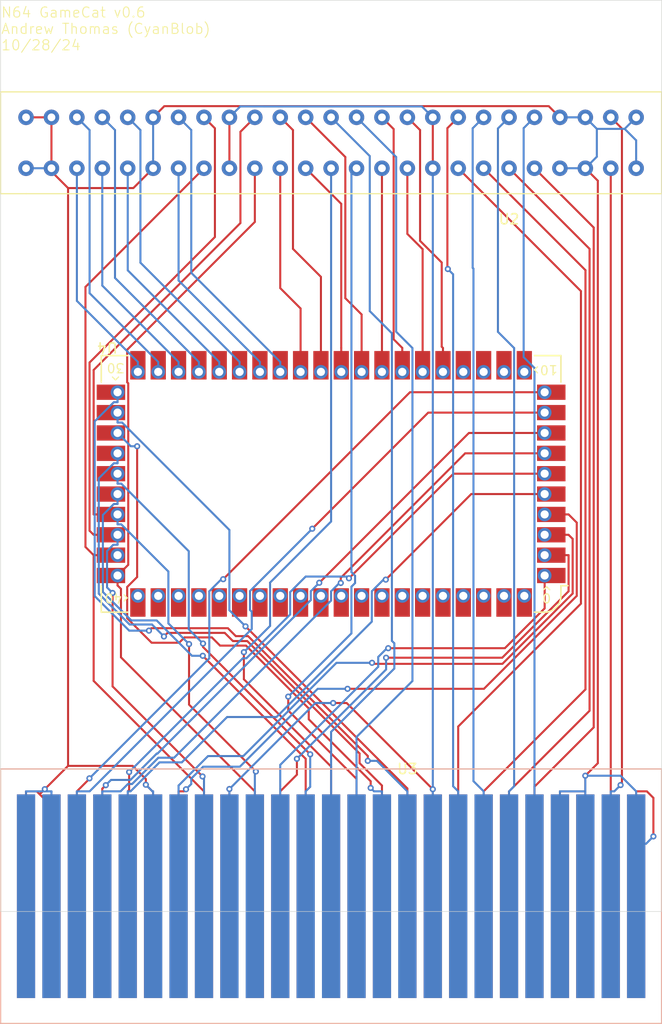
<source format=kicad_pcb>
(kicad_pcb (version 20240108) (generator "pcbnew") (generator_version "8.0")
  (layers (0 "F.Cu" signal) (31 "B.Cu" signal) (34 "B.Paste" user) (35 "F.Paste" user) (36 "B.SilkS" user "B.Silkscreen") (37 "F.SilkS" user "F.Silkscreen") (38 "B.Mask" user) (39 "F.Mask" user) (44 "Edge.Cuts" user))
  (net 0 "")
  (net 1 "Net-(U2-PIF_CIC)")
  (net 2 "Net-(U2-NC-Pad14)")
  (net 3 "CA_AD8")
  (net 4 "GND")
  (net 5 "Net-(U2-NC-Pad38)")
  (net 6 "Net-(U2-NC-Pad13)")
  (net 7 "+3V3")
  (net 8 "CA_AD0")
  (net 9 "READ")
  (net 10 "Net-(U2-LAUDIO)")
  (net 11 "Net-(U2-R_AUDIO)")
  (net 12 "Net-(U2-COLD_RST)")
  (net 13 "CA_AD7")
  (net 14 "ALE_H")
  (net 15 "CA_AD3")
  (net 16 "Net-(U2-CLK_PIF)")
  (net 17 "Net-(U2-JTAG_CLK)")
  (net 18 "ALE_L")
  (net 19 "CA_AD2")
  (net 20 "CA_AD5")
  (net 21 "CA_AD11")
  (net 22 "Net-(U2-NC-Pad39)")
  (net 23 "CA_AD1")
  (net 24 "CA_AD4")
  (net 25 "Net-(U2-CIC_PIF)")
  (net 26 "Net-(U2-NMI_R4300)")
  (net 27 "CA_AD9")
  (net 28 "Net-(U2-VIDEO_CLK)")
  (net 29 "CA_AD6")
  (net 30 "Net-(U2-S_DAT)")
  (net 31 "CA_AD10")
  (net 32 "CO_AD1")
  (net 33 "CO_AD7")
  (net 34 "CO_AD2")
  (net 35 "CO_AD9")
  (net 36 "CO_AD4")
  (net 37 "CO_AD10")
  (net 38 "CO_AD8")
  (net 39 "CO_AD11")
  (net 40 "CO_AD0")
  (net 41 "CO_AD5")
  (net 42 "CO_AD6")
  (net 43 "CO_AD3")
  (net 44 "CO_AD12")
  (net 45 "CA_AD14")
  (net 46 "CO_AD13")
  (net 47 "CA_AD15")
  (net 48 "CO_AD14")
  (net 49 "CO_AD15")
  (net 50 "CA_AD12")
  (net 51 "CA_AD13")
  (net 52 "WRITE")
  (net 53 "unconnected-(U4-GPIO59-Pad60)")
  (net 54 "unconnected-(U4-GPIO57-Pad58)")
  (net 55 "unconnected-(U4-GPIO56-Pad57)")
  (net 56 "unconnected-(U4-GPIO58-Pad59)")
  (net 57 "unconnected-(U4-GPIO10-Pad11)")
  (net 58 "unconnected-(U4-GPIO11-Pad12)")
  (net 59 "unconnected-(U4-GPIO12-Pad13)")
  (net 60 "unconnected-(U4-GPIO13-Pad14)")
  (net 61 "unconnected-(U4-GPIO45-Pad46)")
  (net 62 "unconnected-(U4-GPIO51-Pad52)")
  (net 63 "unconnected-(U4-GPIO52-Pad53)")
  (net 64 "unconnected-(U4-GPIO54-Pad55)")
  (net 65 "unconnected-(U4-GPIO48-Pad49)")
  (net 66 "unconnected-(U4-GPIO40-Pad41)")
  (net 67 "unconnected-(U4-GPIO49-Pad50)")
  (net 68 "unconnected-(U4-GPIO50-Pad51)")
  (net 69 "unconnected-(U4-GPIO55-Pad56)")
  (net 70 "unconnected-(U4-GPIO44-Pad45)")
  (net 71 "unconnected-(U4-GPIO41-Pad42)")
  (net 72 "unconnected-(U4-GPIO47-Pad48)")
  (net 73 "unconnected-(U4-GPIO42-Pad43)")
  (net 74 "unconnected-(U4-GPIO46-Pad47)")
  (net 75 "unconnected-(U4-GPIO43-Pad44)")
  (net 76 "unconnected-(U4-GPIO53-Pad54)")
  (footprint "n64_library:N64_cartridge_pins_2.5mm" (layer "F.Cu") (at 129 125.5)
    (property "Reference" "U3")
    (property "Value" "~")
  )
  (footprint "RP2xxx_Stamp:RP2xxx_Stamp_XL_THT" (layer "F.Cu") (at 134 102.5 180)
    (property "Reference" "U4")
    (property "Value" "RP235x-B")
  )
  (footprint "n64_library:N64_cartridge_connecter_2.5mm" (layer "F.Cu") (at 136.5 69)
    (property "Reference" "U2")
    (property "Value" "~")
  )
  (gr_rect (start 101.5 55) (end 166.5 144.5) (stroke (width 0.05)) (fill none) (layer "Edge.Cuts"))
  (gr_text "N64 GameCat v0.6\nAndrew Thomas (CyanBlob)\n10/28/24" (at 101.5 60 0) (layer "F.SilkS") (effects (font (size 1 1) (thickness 0.1)) (justify left bottom)))
  (segment (start 145.4363 81.3546) (end 145.4778 81.3961) (width 0.2) (layer "F.Cu") (net 1))
  (segment (start 145.4363 67.5637) (end 145.4363 81.3546) (width 0.2) (layer "F.Cu") (net 1))
  (segment (start 146.5 66.5) (end 145.4363 67.5637) (width 0.2) (layer "F.Cu") (net 1))
  (via (at 145.4778 81.3961) (size 0.6) (drill 0.3) (layers "F.Cu" "B.Cu") (net 1))
  (segment (start 145.9999 81.9182) (end 145.9999 132.1982) (width 0.2) (layer "B.Cu") (net 1))
  (segment (start 145.4778 81.3961) (end 145.9999 81.9182) (width 0.2) (layer "B.Cu") (net 1))
  (segment (start 145.9999 132.1982) (end 146.5 132.6983) (width 0.2) (layer "B.Cu") (net 1))
  (segment (start 146.5 143) (end 146.5 132.6983) (width 0.2) (layer "B.Cu") (net 1))
  (segment (start 136.5 143) (end 136.5 132.6983) (width 0.2) (layer "F.Cu") (net 2))
  (segment (start 129.787 124.7615) (end 136.5 131.4745) (width 0.2) (layer "F.Cu") (net 2))
  (segment (start 129.787 123.3941) (end 129.787 124.7615) (width 0.2) (layer "F.Cu") (net 2))
  (segment (start 136.5 131.4745) (end 136.5 132.6983) (width 0.2) (layer "F.Cu") (net 2))
  (via (at 129.787 123.3941) (size 0.6) (drill 0.3) (layers "F.Cu" "B.Cu") (net 2))
  (segment (start 136.0001 71.9999) (end 136.0001 111.1689) (width 0.2) (layer "B.Cu") (net 2))
  (segment (start 136 117.1811) (end 129.787 123.3941) (width 0.2) (layer "B.Cu") (net 2))
  (segment (start 136.5 71.5) (end 136.0001 71.9999) (width 0.2) (layer "B.Cu") (net 2))
  (segment (start 136.3577 111.5265) (end 136.3577 112.2398) (width 0.2) (layer "B.Cu") (net 2))
  (segment (start 136.3577 112.2398) (end 136 112.5975) (width 0.2) (layer "B.Cu") (net 2))
  (segment (start 136.0001 111.1689) (end 136.3577 111.5265) (width 0.2) (layer "B.Cu") (net 2))
  (segment (start 136 112.5975) (end 136 117.1811) (width 0.2) (layer "B.Cu") (net 2))
  (segment (start 141.5 77.9502) (end 143 79.4502) (width 0.2) (layer "F.Cu") (net 3))
  (segment (start 143 79.4502) (end 143 90.85) (width 0.2) (layer "F.Cu") (net 3))
  (segment (start 141.5 71.5) (end 141.5 77.9502) (width 0.2) (layer "F.Cu") (net 3))
  (segment (start 143 90.85) (end 143 91.5) (width 0.2) (layer "F.Cu") (net 3))
  (segment (start 159 143) (end 159 132.6983) (width 0.2) (layer "F.Cu") (net 4))
  (segment (start 160.2287 72.7287) (end 159 71.5) (width 0.2) (layer "F.Cu") (net 4))
  (segment (start 156.5 143) (end 156.5 132.6983) (width 0.2) (layer "F.Cu") (net 4))
  (segment (start 159 132.6983) (end 159 131.1624) (width 0.2) (layer "F.Cu") (net 4))
  (segment (start 116.4303 132.6983) (end 115.7806 132.0486) (width 0.2) (layer "F.Cu") (net 4))
  (segment (start 105.3424 132.9891) (end 105.8456 132.4859) (width 0.2) (layer "F.Cu") (net 4))
  (segment (start 114.5532 73.4468) (end 108.1332 73.4468) (width 0.2) (layer "F.Cu") (net 4))
  (segment (start 105.0515 132.6983) (end 104 132.6983) (width 0.2) (layer "F.Cu") (net 4))
  (segment (start 165.695 133.3418) (end 165.0515 132.6983) (width 0.2) (layer "F.Cu") (net 4))
  (segment (start 105.8456 132.4859) (end 108.1332 130.1983) (width 0.2) (layer "F.Cu") (net 4))
  (segment (start 108.1332 73.4468) (end 106.5 71.8136) (width 0.2) (layer "F.Cu") (net 4))
  (segment (start 108.1332 73.4468) (end 108.1332 130.1983) (width 0.2) (layer "F.Cu") (net 4))
  (segment (start 155.4012 65.4012) (end 117.5988 65.4012) (width 0.2) (layer "F.Cu") (net 4))
  (segment (start 105.3424 132.9891) (end 105.0515 132.6983) (width 0.2) (layer "F.Cu") (net 4))
  (segment (start 117.5988 65.4012) (end 116.5 66.5) (width 0.2) (layer "F.Cu") (net 4))
  (segment (start 104 143) (end 104 132.6983) (width 0.2) (layer "F.Cu") (net 4))
  (segment (start 106.5 66.5) (end 106.5 71.5) (width 0.2) (layer "F.Cu") (net 4))
  (segment (start 159 131.1624) (end 160.2287 129.9337) (width 0.2) (layer "F.Cu") (net 4))
  (segment (start 116.5 71.5) (end 114.5532 73.4468) (width 0.2) (layer "F.Cu") (net 4))
  (segment (start 106.5 66.5) (end 104 66.5) (width 0.2) (layer "F.Cu") (net 4))
  (segment (start 160.2287 129.9337) (end 160.2287 72.7287) (width 0.2) (layer "F.Cu") (net 4))
  (segment (start 116.5 132.6983) (end 116.4303 132.6983) (width 0.2) (layer "F.Cu") (net 4))
  (segment (start 116.5 143) (end 116.5 132.6983) (width 0.2) (layer "F.Cu") (net 4))
  (segment (start 106.5 137.8491) (end 106.5 134.1468) (width 0.2) (layer "F.Cu") (net 4))
  (segment (start 165.695 137.125) (end 165.695 133.3418) (width 0.2) (layer "F.Cu") (net 4))
  (segment (start 165.0515 132.6983) (end 164 132.6983) (width 0.2) (layer "F.Cu") (net 4))
  (segment (start 164 143) (end 164 132.6983) (width 0.2) (layer "F.Cu") (net 4))
  (segment (start 108.1332 130.1983) (end 114.4858 130.1983) (width 0.2) (layer "F.Cu") (net 4))
  (segment (start 115.7806 131.4931) (end 115.7806 132.0486) (width 0.2) (layer "F.Cu") (net 4))
  (segment (start 106.5 143) (end 106.5 137.8491) (width 0.2) (layer "F.Cu") (net 4))
  (segment (start 159 132.6983) (end 156.5 132.6983) (width 0.2) (layer "F.Cu") (net 4))
  (segment (start 106.5 71.8136) (end 106.5 71.5) (width 0.2) (layer "F.Cu") (net 4))
  (segment (start 156.5 66.5) (end 155.4012 65.4012) (width 0.2) (layer "F.Cu") (net 4))
  (segment (start 106.5 134.1468) (end 105.3424 132.9891) (width 0.2) (layer "F.Cu") (net 4))
  (segment (start 114.4858 130.1983) (end 115.7806 131.4931) (width 0.2) (layer "F.Cu") (net 4))
  (via (at 115.7806 132.0486) (size 0.6) (drill 0.3) (layers "F.Cu" "B.Cu") (net 4))
  (via (at 165.695 137.125) (size 0.6) (drill 0.3) (layers "F.Cu" "B.Cu") (net 4))
  (via (at 105.8456 132.4859) (size 0.6) (drill 0.3) (layers "F.Cu" "B.Cu") (net 4))
  (via (at 159 131.1624) (size 0.6) (drill 0.3) (layers "F.Cu" "B.Cu") (net 4))
  (segment (start 159 143) (end 159 132.7991) (width 0.2) (layer "B.Cu") (net 4))
  (segment (start 164 132.6983) (end 162.4641 131.1624) (width 0.2) (layer "B.Cu") (net 4))
  (segment (start 164 68.7612) (end 164 71.5) (width 0.2) (layer "B.Cu") (net 4))
  (segment (start 105.8456 132.6983) (end 104 132.6983) (width 0.2) (layer "B.Cu") (net 4))
  (segment (start 162.8694 67.6306) (end 164 68.7612) (width 0.2) (layer "B.Cu") (net 4))
  (segment (start 106.5 132.7991) (end 106.5 132.6998) (width 0.2) (layer "B.Cu") (net 4))
  (segment (start 159 132.6983) (end 156.5 132.6983) (width 0.2) (layer "B.Cu") (net 4))
  (segment (start 116.5 66.5) (end 116.5 71.5) (width 0.2) (layer "B.Cu") (net 4))
  (segment (start 106.5 132.6983) (end 105.8456 132.6983) (width 0.2) (layer "B.Cu") (net 4))
  (segment (start 106.5 132.6998) (end 106.5 132.6983) (width 0.2) (layer "B.Cu") (net 4))
  (segment (start 159 71.5) (end 160.1306 70.3694) (width 0.2) (layer "B.Cu") (net 4))
  (segment (start 164 137.8491) (end 164 132.6983) (width 0.2) (layer "B.Cu") (net 4))
  (segment (start 162.8694 67.6306) (end 160.1306 67.6306) (width 0.2) (layer "B.Cu") (net 4))
  (segment (start 116.5 143) (end 116.5 132.6983) (width 0.2) (layer "B.Cu") (net 4))
  (segment (start 106.5 71.5) (end 104 71.5) (width 0.2) (layer "B.Cu") (net 4))
  (segment (start 156.5 143) (end 156.5 132.6983) (width 0.2) (layer "B.Cu") (net 4))
  (segment (start 116.4303 132.6983) (end 115.7806 132.0486) (width 0.2) (layer "B.Cu") (net 4))
  (segment (start 105.8456 132.4859) (end 105.8456 132.6983) (width 0.2) (layer "B.Cu") (net 4))
  (segment (start 164 137.8491) (end 164.9709 137.8491) (width 0.2) (layer "B.Cu") (net 4))
  (segment (start 159 131.1624) (end 159 132.6983) (width 0.2) (layer "B.Cu") (net 4))
  (segment (start 104 143) (end 104 132.6983) (width 0.2) (layer "B.Cu") (net 4))
  (segment (start 159 66.5) (end 156.5 66.5) (width 0.2) (layer "B.Cu") (net 4))
  (segment (start 159 132.7991) (end 159 132.6983) (width 0.2) (layer "B.Cu") (net 4))
  (segment (start 160.1306 67.6306) (end 159 66.5) (width 0.2) (layer "B.Cu") (net 4))
  (segment (start 164 66.5) (end 162.8694 67.6306) (width 0.2) (layer "B.Cu") (net 4))
  (segment (start 160.1306 70.3694) (end 160.1306 67.6306) (width 0.2) (layer "B.Cu") (net 4))
  (segment (start 159 71.5) (end 156.5 71.5) (width 0.2) (layer "B.Cu") (net 4))
  (segment (start 106.5 143) (end 106.5 132.7991) (width 0.2) (layer "B.Cu") (net 4))
  (segment (start 164.9709 137.8491) (end 165.695 137.125) (width 0.2) (layer "B.Cu") (net 4))
  (segment (start 164 143) (end 164 137.8491) (width 0.2) (layer "B.Cu") (net 4))
  (segment (start 162.4641 131.1624) (end 159 131.1624) (width 0.2) (layer "B.Cu") (net 4))
  (segment (start 116.5 132.6983) (end 116.4303 132.6983) (width 0.2) (layer "B.Cu") (net 4))
  (segment (start 139.9778 87.7056) (end 137.8 85.5278) (width 0.2) (layer "B.Cu") (net 5))
  (segment (start 134 132.6983) (end 134 126.8547) (width 0.2) (layer "B.Cu") (net 5))
  (segment (start 134 143) (end 134 132.6983) (width 0.2) (layer "B.Cu") (net 5))
  (segment (start 134 126.8547) (end 140.2202 120.6345) (width 0.2) (layer "B.Cu") (net 5))
  (segment (start 137.8 85.5278) (end 137.8 70.3) (width 0.2) (layer "B.Cu") (net 5))
  (segment (start 140.2202 118.1594) (end 139.9778 117.917) (width 0.2) (layer "B.Cu") (net 5))
  (segment (start 140.2202 120.6345) (end 140.2202 118.1594) (width 0.2) (layer "B.Cu") (net 5))
  (segment (start 137.8 70.3) (end 134 66.5) (width 0.2) (layer "B.Cu") (net 5))
  (segment (start 139.9778 117.917) (end 139.9778 87.7056) (width 0.2) (layer "B.Cu") (net 5))
  (segment (start 134 130.2654) (end 125.4219 121.6873) (width 0.2) (layer "F.Cu") (net 6))
  (segment (start 134 132.6983) (end 134 130.2654) (width 0.2) (layer "F.Cu") (net 6))
  (segment (start 134 143) (end 134 132.6983) (width 0.2) (layer "F.Cu") (net 6))
  (segment (start 125.4219 121.6873) (end 125.4219 119.0288) (width 0.2) (layer "F.Cu") (net 6))
  (via (at 125.4219 119.0288) (size 0.6) (drill 0.3) (layers "F.Cu" "B.Cu") (net 6))
  (segment (start 134 71.5) (end 134 106.1962) (width 0.2) (layer "B.Cu") (net 6))
  (segment (start 128.0001 116.4506) (end 125.4219 119.0288) (width 0.2) (layer "B.Cu") (net 6))
  (segment (start 128.0001 112.1961) (end 128.0001 116.4506) (width 0.2) (layer "B.Cu") (net 6))
  (segment (start 134 106.1962) (end 128.0001 112.1961) (width 0.2) (layer "B.Cu") (net 6))
  (segment (start 135.5329 124.0225) (end 134.2018 124.0225) (width 0.2) (layer "F.Cu") (net 7))
  (segment (start 144 132.6983) (end 144 132.4896) (width 0.2) (layer "F.Cu") (net 7))
  (segment (start 124 132.6983) (end 124 132.4711) (width 0.2) (layer "F.Cu") (net 7))
  (segment (start 124 66.5) (end 124 71.5) (width 0.2) (layer "F.Cu") (net 7))
  (segment (start 144 66.5) (end 144 71.5) (width 0.2) (layer "F.Cu") (net 7))
  (segment (start 144 143) (end 144 132.6983) (width 0.2) (layer "F.Cu") (net 7))
  (segment (start 124 143) (end 124 132.6983) (width 0.2) (layer "F.Cu") (net 7))
  (segment (start 144 132.4896) (end 135.5329 124.0225) (width 0.2) (layer "F.Cu") (net 7))
  (via (at 124 132.4711) (size 0.6) (drill 0.3) (layers "F.Cu" "B.Cu") (net 7))
  (via (at 134.2018 124.0225) (size 0.6) (drill 0.3) (layers "F.Cu" "B.Cu") (net 7))
  (via (at 144 132.4896) (size 0.6) (drill 0.3) (layers "F.Cu" "B.Cu") (net 7))
  (segment (start 124 132.4711) (end 132.4486 124.0225) (width 0.2) (layer "B.Cu") (net 7))
  (segment (start 124 143) (end 124 132.4711) (width 0.2) (layer "B.Cu") (net 7))
  (segment (start 125.0712 65.4288) (end 127.3624 65.4288) (width 0.2) (layer "B.Cu") (net 7))
  (segment (start 144 132.4896) (end 144 143) (width 0.2) (layer "B.Cu") (net 7))
  (segment (start 132.4486 124.0225) (end 134.2018 124.0225) (width 0.2) (layer "B.Cu") (net 7))
  (segment (start 142.9303 65.4303) (end 144 66.5) (width 0.2) (layer "B.Cu") (net 7))
  (segment (start 127.3624 65.4288) (end 127.3639 65.4303) (width 0.2) (layer "B.Cu") (net 7))
  (segment (start 144 71.5) (end 144 132.4896) (width 0.2) (layer "B.Cu") (net 7))
  (segment (start 124 66.5) (end 125.0712 65.4288) (width 0.2) (layer "B.Cu") (net 7))
  (segment (start 127.3639 65.4303) (end 142.9303 65.4303) (width 0.2) (layer "B.Cu") (net 7))
  (segment (start 117 90.85) (end 117 91.5) (width 0.2) (layer "F.Cu") (net 8))
  (segment (start 109 66.5) (end 110.25 67.75) (width 0.2) (layer "B.Cu") (net 8))
  (segment (start 110.25 67.75) (end 110.25 83.7733) (width 0.2) (layer "B.Cu") (net 8))
  (segment (start 110.25 83.7733) (end 117 90.5233) (width 0.2) (layer "B.Cu") (net 8))
  (segment (start 117 91.5) (end 117 90.5233) (width 0.2) (layer "B.Cu") (net 8))
  (segment (start 126.5 76.7733) (end 113.9483 89.325) (width 0.2) (layer "F.Cu") (net 9))
  (segment (start 113 112.4767) (end 113.3348 112.8115) (width 0.2) (layer "F.Cu") (net 9))
  (segment (start 126.5 143) (end 126.5 132.6983) (width 0.2) (layer "F.Cu") (net 9))
  (segment (start 114.0524 92.6257) (end 114.0524 110.4476) (width 0.2) (layer "F.Cu") (net 9))
  (segment (start 126.5 71.5) (end 126.5 76.7733) (width 0.2) (layer "F.Cu") (net 9))
  (segment (start 112.35 111.5) (end 113 111.5) (width 0.2) (layer "F.Cu") (net 9))
  (segment (start 113.9483 92.5216) (end 114.0524 92.6257) (width 0.2) (layer "F.Cu") (net 9))
  (segment (start 113.9483 89.325) (end 113.9483 92.5216) (width 0.2) (layer "F.Cu") (net 9))
  (segment (start 113 111.5) (end 113 112.4767) (width 0.2) (layer "F.Cu") (net 9))
  (segment (start 113.3348 112.8115) (end 113.3348 119.5331) (width 0.2) (layer "F.Cu") (net 9))
  (segment (start 113.3348 119.5331) (end 126.5 132.6983) (width 0.2) (layer "F.Cu") (net 9))
  (segment (start 114.0524 110.4476) (end 113 111.5) (width 0.2) (layer "F.Cu") (net 9))
  (segment (start 161.5 132.6983) (end 161.5 71.5) (width 0.2) (layer "F.Cu") (net 10))
  (segment (start 161.5 143) (end 161.5 132.6983) (width 0.2) (layer "F.Cu") (net 10))
  (segment (start 161.5 66.5) (end 162.6001 67.6001) (width 0.2) (layer "F.Cu") (net 11))
  (segment (start 162.6001 131.9491) (end 162.467 132.0822) (width 0.2) (layer "F.Cu") (net 11))
  (segment (start 162.6001 67.6001) (end 162.6001 131.9491) (width 0.2) (layer "F.Cu") (net 11))
  (via (at 162.467 132.0822) (size 0.6) (drill 0.3) (layers "F.Cu" "B.Cu") (net 11))
  (segment (start 161.5 143) (end 161.5 132.6983) (width 0.2) (layer "B.Cu") (net 11))
  (segment (start 161.8509 132.6983) (end 161.5 132.6983) (width 0.2) (layer "B.Cu") (net 11))
  (segment (start 162.467 132.0822) (end 161.8509 132.6983) (width 0.2) (layer "B.Cu") (net 11))
  (segment (start 159.4163 124.782) (end 151.5 132.6983) (width 0.2) (layer "F.Cu") (net 12))
  (segment (start 151.5 143) (end 151.5 132.6983) (width 0.2) (layer "F.Cu") (net 12))
  (segment (start 151.5 71.5) (end 159.4163 79.4163) (width 0.2) (layer "F.Cu") (net 12))
  (segment (start 159.4163 79.4163) (end 159.4163 124.782) (width 0.2) (layer "F.Cu") (net 12))
  (segment (start 145 90.85) (end 145 91.5) (width 0.2) (layer "F.Cu") (net 13))
  (segment (start 144.8761 89.0244) (end 145 89.1483) (width 0.2) (layer "F.Cu") (net 13))
  (segment (start 141.5 66.5) (end 142.75 67.75) (width 0.2) (layer "F.Cu") (net 13))
  (segment (start 142.75 78.6322) (end 144.8761 80.7583) (width 0.2) (layer "F.Cu") (net 13))
  (segment (start 145 90.85) (end 145 89.1483) (width 0.2) (layer "F.Cu") (net 13))
  (segment (start 144.8761 80.7583) (end 144.8761 89.0244) (width 0.2) (layer "F.Cu") (net 13))
  (segment (start 142.75 67.75) (end 142.75 78.6322) (width 0.2) (layer "F.Cu") (net 13))
  (segment (start 112.35 105.5) (end 110.6483 105.5) (width 0.2) (layer "F.Cu") (net 14))
  (segment (start 112.35 105.5) (end 113 105.5) (width 0.2) (layer "F.Cu") (net 14))
  (segment (start 120.0309 118.2344) (end 120.0309 124.182) (width 0.2) (layer "F.Cu") (net 14))
  (segment (start 125.0837 67.9163) (end 125.0837 76.8809) (width 0.2) (layer "F.Cu") (net 14))
  (segment (start 126.5 66.5) (end 125.0837 67.9163) (width 0.2) (layer "F.Cu") (net 14))
  (segment (start 110.6483 91.3163) (end 110.6483 105.5) (width 0.2) (layer "F.Cu") (net 14))
  (segment (start 120.0309 124.182) (end 126.5984 130.7495) (width 0.2) (layer "F.Cu") (net 14))
  (segment (start 125.0837 76.8809) (end 110.6483 91.3163) (width 0.2) (layer "F.Cu") (net 14))
  (via (at 126.5984 130.7495) (size 0.6) (drill 0.3) (layers "F.Cu" "B.Cu") (net 14))
  (via (at 120.0309 118.2344) (size 0.6) (drill 0.3) (layers "F.Cu" "B.Cu") (net 14))
  (segment (start 118 116.2035) (end 120.0309 118.2344) (width 0.2) (layer "B.Cu") (net 14))
  (segment (start 113 105.5) (end 113 106.4767) (width 0.2) (layer "B.Cu") (net 14))
  (segment (start 126.5 143) (end 126.5 130.8479) (width 0.2) (layer "B.Cu") (net 14))
  (segment (start 126.5 130.8479) (end 126.5984 130.7495) (width 0.2) (layer "B.Cu") (net 14))
  (segment (start 113 106.4767) (end 113.3663 106.4767) (width 0.2) (layer "B.Cu") (net 14))
  (segment (start 118 111.1104) (end 118 116.2035) (width 0.2) (layer "B.Cu") (net 14))
  (segment (start 113.3663 106.4767) (end 118 111.1104) (width 0.2) (layer "B.Cu") (net 14))
  (segment (start 129 90.85) (end 129 91.5) (width 0.2) (layer "F.Cu") (net 15))
  (segment (start 120.25 81.7733) (end 129 90.5233) (width 0.2) (layer "B.Cu") (net 15))
  (segment (start 129 91.5) (end 129 90.5233) (width 0.2) (layer "B.Cu") (net 15))
  (segment (start 119 66.5) (end 120.25 67.75) (width 0.2) (layer "B.Cu") (net 15))
  (segment (start 120.25 67.75) (end 120.25 81.7733) (width 0.2) (layer "B.Cu") (net 15))
  (segment (start 149 143) (end 149 132.6983) (width 0.2) (layer "F.Cu") (net 16))
  (segment (start 159.0146 122.6837) (end 149 132.6983) (width 0.2) (layer "F.Cu") (net 16))
  (segment (start 159.0146 81.5146) (end 159.0146 122.6837) (width 0.2) (layer "F.Cu") (net 16))
  (segment (start 149 71.5) (end 159.0146 81.5146) (width 0.2) (layer "F.Cu") (net 16))
  (segment (start 147.9204 81.2817) (end 148 81.3613) (width 0.2) (layer "B.Cu") (net 17))
  (segment (start 148 131.6983) (end 149 132.6983) (width 0.2) (layer "B.Cu") (net 17))
  (segment (start 149 143) (end 149 132.6983) (width 0.2) (layer "B.Cu") (net 17))
  (segment (start 149 66.5) (end 147.9204 67.5796) (width 0.2) (layer "B.Cu") (net 17))
  (segment (start 148 81.3613) (end 148 131.6983) (width 0.2) (layer "B.Cu") (net 17))
  (segment (start 147.9204 67.5796) (end 147.9204 81.2817) (width 0.2) (layer "B.Cu") (net 17))
  (segment (start 110.2466 90.582) (end 110.2466 107.0983) (width 0.2) (layer "F.Cu") (net 18))
  (segment (start 122.5741 78.2545) (end 110.2466 90.582) (width 0.2) (layer "F.Cu") (net 18))
  (segment (start 113 107.5) (end 112.35 107.5) (width 0.2) (layer "F.Cu") (net 18))
  (segment (start 112.5098 122.3905) (end 112.5098 113.2146) (width 0.2) (layer "F.Cu") (net 18))
  (segment (start 121.3553 131.236) (end 112.5098 122.3905) (width 0.2) (layer "F.Cu") (net 18))
  (segment (start 112.35 107.5) (end 110.6483 107.5) (width 0.2) (layer "F.Cu") (net 18))
  (segment (start 121.5 66.5) (end 122.5741 67.5741) (width 0.2) (layer "F.Cu") (net 18))
  (segment (start 110.2466 107.0983) (end 110.6483 107.5) (width 0.2) (layer "F.Cu") (net 18))
  (segment (start 122.5741 67.5741) (end 122.5741 78.2545) (width 0.2) (layer "F.Cu") (net 18))
  (via (at 121.3553 131.236) (size 0.6) (drill 0.3) (layers "F.Cu" "B.Cu") (net 18))
  (via (at 112.5098 113.2146) (size 0.6) (drill 0.3) (layers "F.Cu" "B.Cu") (net 18))
  (segment (start 112.5098 113.2146) (end 111.9671 112.6719) (width 0.2) (layer "B.Cu") (net 18))
  (segment (start 111.9671 112.6719) (end 111.9671 109.0951) (width 0.2) (layer "B.Cu") (net 18))
  (segment (start 112.5855 108.4767) (end 113 108.4767) (width 0.2) (layer "B.Cu") (net 18))
  (segment (start 113 107.5) (end 113 108.4767) (width 0.2) (layer "B.Cu") (net 18))
  (segment (start 121.5 131.3807) (end 121.3553 131.236) (width 0.2) (layer "B.Cu") (net 18))
  (segment (start 111.9671 109.0951) (end 112.5855 108.4767) (width 0.2) (layer "B.Cu") (net 18))
  (segment (start 121.5 143) (end 121.5 131.3807) (width 0.2) (layer "B.Cu") (net 18))
  (segment (start 125 90.85) (end 125 91.5) (width 0.2) (layer "F.Cu") (net 19))
  (segment (start 125 91.5) (end 125 90.5233) (width 0.2) (layer "B.Cu") (net 19))
  (segment (start 114 66.5) (end 115.25 67.75) (width 0.2) (layer "B.Cu") (net 19))
  (segment (start 115.25 67.75) (end 115.25 80.7733) (width 0.2) (layer "B.Cu") (net 19))
  (segment (start 115.25 80.7733) (end 125 90.5233) (width 0.2) (layer "B.Cu") (net 19))
  (segment (start 137 90.85) (end 137 91.5) (width 0.2) (layer "F.Cu") (net 20))
  (segment (start 137 85.863) (end 137 90.85) (width 0.2) (layer "F.Cu") (net 20))
  (segment (start 135.4002 84.2632) (end 137 85.863) (width 0.2) (layer "F.Cu") (net 20))
  (segment (start 131.5 66.5) (end 135.4002 70.4002) (width 0.2) (layer "F.Cu") (net 20))
  (segment (start 135.4002 70.4002) (end 135.4002 84.2632) (width 0.2) (layer "F.Cu") (net 20))
  (segment (start 129 71.5) (end 129 83.2751) (width 0.2) (layer "F.Cu") (net 21))
  (segment (start 131 90.85) (end 131 91.5) (width 0.2) (layer "F.Cu") (net 21))
  (segment (start 129 83.2751) (end 131 85.2751) (width 0.2) (layer "F.Cu") (net 21))
  (segment (start 131 85.2751) (end 131 90.85) (width 0.2) (layer "F.Cu") (net 21))
  (segment (start 142 121.8593) (end 142 89.1598) (width 0.2) (layer "B.Cu") (net 22))
  (segment (start 142 89.1598) (end 140.4001 87.5599) (width 0.2) (layer "B.Cu") (net 22))
  (segment (start 136.5 143) (end 136.5 132.6983) (width 0.2) (layer "B.Cu") (net 22))
  (segment (start 136.5 127.3593) (end 142 121.8593) (width 0.2) (layer "B.Cu") (net 22))
  (segment (start 136.5 132.6983) (end 136.5 127.3593) (width 0.2) (layer "B.Cu") (net 22))
  (segment (start 140.4001 70.4001) (end 136.5 66.5) (width 0.2) (layer "B.Cu") (net 22))
  (segment (start 140.4001 87.5599) (end 140.4001 70.4001) (width 0.2) (layer "B.Cu") (net 22))
  (segment (start 121 90.85) (end 121 91.5) (width 0.2) (layer "F.Cu") (net 23))
  (segment (start 112.75 67.75) (end 112.75 82.2733) (width 0.2) (layer "B.Cu") (net 23))
  (segment (start 112.75 82.2733) (end 121 90.5233) (width 0.2) (layer "B.Cu") (net 23))
  (segment (start 121 91.5) (end 121 90.5233) (width 0.2) (layer "B.Cu") (net 23))
  (segment (start 111.5 66.5) (end 112.75 67.75) (width 0.2) (layer "B.Cu") (net 23))
  (segment (start 133 90.85) (end 133 91.5) (width 0.2) (layer "F.Cu") (net 24))
  (segment (start 130.25 67.75) (end 130.25 79.4179) (width 0.2) (layer "F.Cu") (net 24))
  (segment (start 130.25 79.4179) (end 133 82.1679) (width 0.2) (layer "F.Cu") (net 24))
  (segment (start 133 82.1679) (end 133 90.85) (width 0.2) (layer "F.Cu") (net 24))
  (segment (start 129 66.5) (end 130.25 67.75) (width 0.2) (layer "F.Cu") (net 24))
  (segment (start 146.5 126.3332) (end 146.5 143) (width 0.2) (layer "F.Cu") (net 25))
  (segment (start 158.5674 114.2658) (end 146.5 126.3332) (width 0.2) (layer "F.Cu") (net 25))
  (segment (start 146.5 71.5) (end 158.5674 83.5674) (width 0.2) (layer "F.Cu") (net 25))
  (segment (start 158.5674 83.5674) (end 158.5674 114.2658) (width 0.2) (layer "F.Cu") (net 25))
  (segment (start 151.5 66.5) (end 150.4062 67.5938) (width 0.2) (layer "B.Cu") (net 26))
  (segment (start 150.4062 87.5681) (end 152 89.1619) (width 0.2) (layer "B.Cu") (net 26))
  (segment (start 150.4062 67.5938) (end 150.4062 87.5681) (width 0.2) (layer "B.Cu") (net 26))
  (segment (start 152 89.1619) (end 152 132.1983) (width 0.2) (layer "B.Cu") (net 26))
  (segment (start 151.5 143) (end 151.5 132.6983) (width 0.2) (layer "B.Cu") (net 26))
  (segment (start 152 132.1983) (end 151.5 132.6983) (width 0.2) (layer "B.Cu") (net 26))
  (segment (start 139 71.5) (end 139 90.85) (width 0.2) (layer "F.Cu") (net 27))
  (segment (start 139 90.85) (end 139 91.5) (width 0.2) (layer "F.Cu") (net 27))
  (segment (start 152.9342 90.0529) (end 154 91.1187) (width 0.2) (layer "B.Cu") (net 28))
  (segment (start 154 91.1187) (end 154 143) (width 0.2) (layer "B.Cu") (net 28))
  (segment (start 152.9342 67.5658) (end 152.9342 90.0529) (width 0.2) (layer "B.Cu") (net 28))
  (segment (start 154 66.5) (end 152.9342 67.5658) (width 0.2) (layer "B.Cu") (net 28))
  (segment (start 140.15 67.65) (end 140.15 88.2983) (width 0.2) (layer "F.Cu") (net 29))
  (segment (start 139 66.5) (end 140.15 67.65) (width 0.2) (layer "F.Cu") (net 29))
  (segment (start 141 90.85) (end 141 89.1483) (width 0.2) (layer "F.Cu") (net 29))
  (segment (start 141 90.85) (end 141 91.5) (width 0.2) (layer "F.Cu") (net 29))
  (segment (start 140.15 88.2983) (end 141 89.1483) (width 0.2) (layer "F.Cu") (net 29))
  (segment (start 154 71.5) (end 159.8225 77.3225) (width 0.2) (layer "F.Cu") (net 30))
  (segment (start 159.8225 126.4178) (end 154 132.2403) (width 0.2) (layer "F.Cu") (net 30))
  (segment (start 159.8225 77.3225) (end 159.8225 126.4178) (width 0.2) (layer "F.Cu") (net 30))
  (segment (start 154 132.2403) (end 154 143) (width 0.2) (layer "F.Cu") (net 30))
  (segment (start 131.5 71.5) (end 134.9985 74.9985) (width 0.2) (layer "F.Cu") (net 31))
  (segment (start 134.9985 74.9985) (end 134.9985 89.1468) (width 0.2) (layer "F.Cu") (net 31))
  (segment (start 135 90.85) (end 135 89.1483) (width 0.2) (layer "F.Cu") (net 31))
  (segment (start 134.9985 89.1468) (end 135 89.1483) (width 0.2) (layer "F.Cu") (net 31))
  (segment (start 135 90.85) (end 135 91.5) (width 0.2) (layer "F.Cu") (net 31))
  (segment (start 134.9488 111.7321) (end 134.9488 112.2316) (width 0.2) (layer "F.Cu") (net 32))
  (segment (start 155.65 99.5) (end 155 99.5) (width 0.2) (layer "F.Cu") (net 32))
  (segment (start 147.1809 99.5) (end 134.9488 111.7321) (width 0.2) (layer "F.Cu") (net 32))
  (segment (start 155 99.5) (end 147.1809 99.5) (width 0.2) (layer "F.Cu") (net 32))
  (via (at 134.9488 112.2316) (size 0.6) (drill 0.3) (layers "F.Cu" "B.Cu") (net 32))
  (segment (start 134.8205 112.2316) (end 134.9488 112.2316) (width 0.2) (layer "B.Cu") (net 32))
  (segment (start 134 113.0521) (end 134.8205 112.2316) (width 0.2) (layer "B.Cu") (net 32))
  (segment (start 113.2979 132.6983) (end 114.0177 131.9785) (width 0.2) (layer "B.Cu") (net 32))
  (segment (start 117.015 129.3951) (end 118.5643 129.3951) (width 0.2) (layer "B.Cu") (net 32))
  (segment (start 134 113.9594) (end 134 113.0521) (width 0.2) (layer "B.Cu") (net 32))
  (segment (start 111.5 143) (end 111.5 132.6983) (width 0.2) (layer "B.Cu") (net 32))
  (segment (start 118.5643 129.3951) (end 134 113.9594) (width 0.2) (layer "B.Cu") (net 32))
  (segment (start 111.5 132.6983) (end 113.2979 132.6983) (width 0.2) (layer "B.Cu") (net 32))
  (segment (start 114.4316 131.9785) (end 117.015 129.3951) (width 0.2) (layer "B.Cu") (net 32))
  (segment (start 114.0177 131.9785) (end 114.4316 131.9785) (width 0.2) (layer "B.Cu") (net 32))
  (segment (start 112.35 93.5) (end 113 93.5) (width 0.2) (layer "F.Cu") (net 33))
  (segment (start 137.6067 129.2217) (end 125.8385 117.4535) (width 0.2) (layer "F.Cu") (net 33))
  (segment (start 125.8385 117.4535) (end 124.6295 117.4535) (width 0.2) (layer "F.Cu") (net 33))
  (segment (start 137.6067 129.7039) (end 137.6067 129.2217) (width 0.2) (layer "F.Cu") (net 33))
  (segment (start 124.6295 117.4535) (end 123.8523 116.6763) (width 0.2) (layer "F.Cu") (net 33))
  (segment (start 123.8523 116.6763) (end 116.3257 116.6763) (width 0.2) (layer "F.Cu") (net 33))
  (segment (start 116.3257 116.6763) (end 116.0875 116.9145) (width 0.2) (layer "F.Cu") (net 33))
  (via (at 137.6067 129.7039) (size 0.6) (drill 0.3) (layers "F.Cu" "B.Cu") (net 33))
  (via (at 116.0875 116.9145) (size 0.6) (drill 0.3) (layers "F.Cu" "B.Cu") (net 33))
  (segment (start 110.7518 113.5184) (end 114.1479 116.9145) (width 0.2) (layer "B.Cu") (net 33))
  (segment (start 138.5056 129.7039) (end 137.6067 129.7039) (width 0.2) (layer "B.Cu") (net 33))
  (segment (start 141.5 143) (end 141.5 132.6983) (width 0.2) (layer "B.Cu") (net 33))
  (segment (start 112.6337 94.4767) (end 110.7518 96.3586) (width 0.2) (layer "B.Cu") (net 33))
  (segment (start 113 94.4767) (end 112.6337 94.4767) (width 0.2) (layer "B.Cu") (net 33))
  (segment (start 141.5 132.6983) (end 138.5056 129.7039) (width 0.2) (layer "B.Cu") (net 33))
  (segment (start 110.7518 96.3586) (end 110.7518 113.5184) (width 0.2) (layer "B.Cu") (net 33))
  (segment (start 114.1479 116.9145) (end 116.0875 116.9145) (width 0.2) (layer "B.Cu") (net 33))
  (segment (start 113 93.5) (end 113 94.4767) (width 0.2) (layer "B.Cu") (net 33))
  (segment (start 155.65 103.5) (end 155 103.5) (width 0.2) (layer "F.Cu") (net 34))
  (segment (start 139.3754 111.9035) (end 147.7789 103.5) (width 0.2) (layer "F.Cu") (net 34))
  (segment (start 147.7789 103.5) (end 155 103.5) (width 0.2) (layer "F.Cu") (net 34))
  (via (at 139.3754 111.9035) (size 0.6) (drill 0.3) (layers "F.Cu" "B.Cu") (net 34))
  (segment (start 138 116.0322) (end 138 113.0536) (width 0.2) (layer "B.Cu") (net 34))
  (segment (start 128.6331 125.3991) (end 138 116.0322) (width 0.2) (layer "B.Cu") (net 34))
  (segment (start 138 113.0536) (end 139.1501 111.9035) (width 0.2) (layer "B.Cu") (net 34))
  (segment (start 123.7722 125.3991) (end 128.6331 125.3991) (width 0.2) (layer "B.Cu") (net 34))
  (segment (start 139.1501 111.9035) (end 139.3754 111.9035) (width 0.2) (layer "B.Cu") (net 34))
  (segment (start 119.3177 129.8536) (end 123.7722 125.3991) (width 0.2) (layer "B.Cu") (net 34))
  (segment (start 117.1245 129.8536) (end 119.3177 129.8536) (width 0.2) (layer "B.Cu") (net 34))
  (segment (start 114 143) (end 114 132.6983) (width 0.2) (layer "B.Cu") (net 34))
  (segment (start 114.2798 132.6983) (end 117.1245 129.8536) (width 0.2) (layer "B.Cu") (net 34))
  (segment (start 114 132.6983) (end 114.2798 132.6983) (width 0.2) (layer "B.Cu") (net 34))
  (segment (start 136.8001 129.9284) (end 136.8001 128.9852) (width 0.2) (layer "F.Cu") (net 35))
  (segment (start 123.5409 117.1346) (end 117.9123 117.1346) (width 0.2) (layer "F.Cu") (net 35))
  (segment (start 112.35 99.5) (end 113 99.5) (width 0.2) (layer "F.Cu") (net 35))
  (segment (start 139 143) (end 139 132.6983) (width 0.2) (layer "F.Cu") (net 35))
  (segment (start 117.9123 117.1346) (end 117.5608 117.4861) (width 0.2) (layer "F.Cu") (net 35))
  (segment (start 136.8001 128.9852) (end 125.7526 117.9377) (width 0.2) (layer "F.Cu") (net 35))
  (segment (start 139 132.6983) (end 139 132.1283) (width 0.2) (layer "F.Cu") (net 35))
  (segment (start 124.344 117.9377) (end 123.5409 117.1346) (width 0.2) (layer "F.Cu") (net 35))
  (segment (start 125.7526 117.9377) (end 124.344 117.9377) (width 0.2) (layer "F.Cu") (net 35))
  (segment (start 139 132.1283) (end 136.8001 129.9284) (width 0.2) (layer "F.Cu") (net 35))
  (via (at 117.5608 117.4861) (size 0.6) (drill 0.3) (layers "F.Cu" "B.Cu") (net 35))
  (segment (start 112.6336 100.4767) (end 113 100.4767) (width 0.2) (layer "B.Cu") (net 35))
  (segment (start 116.3874 116.3127) (end 114.1851 116.3127) (width 0.2) (layer "B.Cu") (net 35))
  (segment (start 111.1535 113.2811) (end 111.1535 101.9568) (width 0.2) (layer "B.Cu") (net 35))
  (segment (start 113 99.5) (end 113 100.4767) (width 0.2) (layer "B.Cu") (net 35))
  (segment (start 111.1535 101.9568) (end 112.6336 100.4767) (width 0.2) (layer "B.Cu") (net 35))
  (segment (start 117.5608 117.4861) (end 116.3874 116.3127) (width 0.2) (layer "B.Cu") (net 35))
  (segment (start 114.1851 116.3127) (end 111.1535 113.2811) (width 0.2) (layer "B.Cu") (net 35))
  (segment (start 155 114.7267) (end 151.0862 118.6405) (width 0.2) (layer "F.Cu") (net 36))
  (segment (start 151.0862 118.6405) (end 139.6185 118.6405) (width 0.2) (layer "F.Cu") (net 36))
  (segment (start 155 111.5) (end 155.65 111.5) (width 0.2) (layer "F.Cu") (net 36))
  (segment (start 155 111.5) (end 155 114.7267) (width 0.2) (layer "F.Cu") (net 36))
  (via (at 139.6185 118.6405) (size 0.6) (drill 0.3) (layers "F.Cu" "B.Cu") (net 36))
  (segment (start 139.6185 118.6405) (end 139.492 118.6405) (width 0.2) (layer "B.Cu") (net 36))
  (segment (start 139.492 118.6405) (end 138.6371 119.4954) (width 0.2) (layer "B.Cu") (net 36))
  (segment (start 138.6371 119.4954) (end 138.6371 120.4597) (width 0.2) (layer "B.Cu") (net 36))
  (segment (start 138.6371 120.4597) (end 129 130.0968) (width 0.2) (layer "B.Cu") (net 36))
  (segment (start 129 130.0968) (end 129 143) (width 0.2) (layer "B.Cu") (net 36))
  (segment (start 121.379 119.3829) (end 131.5 129.5039) (width 0.2) (layer "F.Cu") (net 37))
  (segment (start 131.5 129.5039) (end 131.5 132.6983) (width 0.2) (layer "F.Cu") (net 37))
  (segment (start 131.5 143) (end 131.5 132.6983) (width 0.2) (layer "F.Cu") (net 37))
  (segment (start 112.35 103.5) (end 113 103.5) (width 0.2) (layer "F.Cu") (net 37))
  (via (at 121.379 119.3829) (size 0.6) (drill 0.3) (layers "F.Cu" "B.Cu") (net 37))
  (segment (start 121.379 119.3829) (end 120.3148 119.3829) (width 0.2) (layer "B.Cu") (net 37))
  (segment (start 116.8429 115.911) (end 114.3514 115.911) (width 0.2) (layer "B.Cu") (net 37))
  (segment (start 120.3148 119.3829) (end 116.8429 115.911) (width 0.2) (layer "B.Cu") (net 37))
  (segment (start 113 103.5) (end 113 104.4767) (width 0.2) (layer "B.Cu") (net 37))
  (segment (start 111.5552 105.5551) (end 112.6336 104.4767) (width 0.2) (layer "B.Cu") (net 37))
  (segment (start 112.6336 104.4767) (end 113 104.4767) (width 0.2) (layer "B.Cu") (net 37))
  (segment (start 114.3514 115.911) (end 111.5552 113.1148) (width 0.2) (layer "B.Cu") (net 37))
  (segment (start 111.5552 113.1148) (end 111.5552 105.5551) (width 0.2) (layer "B.Cu") (net 37))
  (segment (start 141.5 132.4121) (end 125.5832 116.4953) (width 0.2) (layer "F.Cu") (net 38))
  (segment (start 112.35 95.5) (end 113 95.5) (width 0.2) (layer "F.Cu") (net 38))
  (segment (start 141.5 143) (end 141.5 132.6983) (width 0.2) (layer "F.Cu") (net 38))
  (segment (start 141.5 132.6983) (end 141.5 132.4121) (width 0.2) (layer "F.Cu") (net 38))
  (via (at 125.5832 116.4953) (size 0.6) (drill 0.3) (layers "F.Cu" "B.Cu") (net 38))
  (segment (start 124 107.0285) (end 113.4482 96.4767) (width 0.2) (layer "B.Cu") (net 38))
  (segment (start 113.4482 96.4767) (end 113 96.4767) (width 0.2) (layer "B.Cu") (net 38))
  (segment (start 125.5832 116.4953) (end 124 114.9121) (width 0.2) (layer "B.Cu") (net 38))
  (segment (start 113 95.5) (end 113 96.4767) (width 0.2) (layer "B.Cu") (net 38))
  (segment (start 124 114.9121) (end 124 107.0285) (width 0.2) (layer "B.Cu") (net 38))
  (segment (start 155.65 109.5) (end 157.3517 109.5) (width 0.2) (layer "F.Cu") (net 39))
  (segment (start 130.6359 131.0624) (end 129 132.6983) (width 0.2) (layer "F.Cu") (net 39))
  (segment (start 155 109.5) (end 155.65 109.5) (width 0.2) (layer "F.Cu") (net 39))
  (segment (start 129 143) (end 129 132.6983) (width 0.2) (layer "F.Cu") (net 39))
  (segment (start 130.6359 129.5031) (end 130.6359 131.0624) (width 0.2) (layer "F.Cu") (net 39))
  (segment (start 157.3517 113.0501) (end 150.8283 119.5735) (width 0.2) (layer "F.Cu") (net 39))
  (segment (start 157.3517 109.5) (end 157.3517 113.0501) (width 0.2) (layer "F.Cu") (net 39))
  (segment (start 150.8283 119.5735) (end 139.41 119.5735) (width 0.2) (layer "F.Cu") (net 39))
  (segment (start 139.41 119.5735) (end 139.41 119.5736) (width 0.2) (layer "F.Cu") (net 39))
  (via (at 130.6359 129.5031) (size 0.6) (drill 0.3) (layers "F.Cu" "B.Cu") (net 39))
  (via (at 139.41 119.5736) (size 0.6) (drill 0.3) (layers "F.Cu" "B.Cu") (net 39))
  (segment (start 139.4099 119.5736) (end 139.4099 120.7291) (width 0.2) (layer "B.Cu") (net 39))
  (segment (start 139.4099 120.7291) (end 130.6359 129.5031) (width 0.2) (layer "B.Cu") (net 39))
  (segment (start 139.41 119.5736) (end 139.4099 119.5736) (width 0.2) (layer "B.Cu") (net 39))
  (segment (start 155.65 95.5) (end 155 95.5) (width 0.2) (layer "F.Cu") (net 40))
  (segment (start 155 95.5) (end 143.5522 95.5) (width 0.2) (layer "F.Cu") (net 40))
  (segment (start 143.5522 95.5) (end 132.1479 106.9043) (width 0.2) (layer "F.Cu") (net 40))
  (via (at 132.1479 106.9043) (size 0.6) (drill 0.3) (layers "F.Cu" "B.Cu") (net 40))
  (segment (start 110.2533 132.6983) (end 109 132.6983) (width 0.2) (layer "B.Cu") (net 40))
  (segment (start 126.0233 113.0289) (end 126.0233 114.884) (width 0.2) (layer "B.Cu") (net 40))
  (segment (start 126.197 115.0577) (end 126.197 116.7546) (width 0.2) (layer "B.Cu") (net 40))
  (segment (start 126.197 116.7546) (end 110.2533 132.6983) (width 0.2) (layer "B.Cu") (net 40))
  (segment (start 109 143) (end 109 132.6983) (width 0.2) (layer "B.Cu") (net 40))
  (segment (start 132.1479 106.9043) (end 126.0233 113.0289) (width 0.2) (layer "B.Cu") (net 40))
  (segment (start 126.0233 114.884) (end 126.197 115.0577) (width 0.2) (layer "B.Cu") (net 40))
  (segment (start 121.4033 118.1833) (end 121.4033 118.5196) (width 0.2) (layer "F.Cu") (net 41))
  (segment (start 121.4033 118.5196) (end 131.9471 129.0634) (width 0.2) (layer "F.Cu") (net 41))
  (segment (start 112.35 101.5) (end 113 101.5) (width 0.2) (layer "F.Cu") (net 41))
  (via (at 121.4033 118.1833) (size 0.6) (drill 0.3) (layers "F.Cu" "B.Cu") (net 41))
  (via (at 131.9471 129.0634) (size 0.6) (drill 0.3) (layers "F.Cu" "B.Cu") (net 41))
  (segment (start 120 116.78) (end 121.4033 118.1833) (width 0.2) (layer "B.Cu") (net 41))
  (segment (start 113.3664 102.4767) (end 120 109.1103) (width 0.2) (layer "B.Cu") (net 41))
  (segment (start 113 101.5) (end 113 102.4767) (width 0.2) (layer "B.Cu") (net 41))
  (segment (start 131.5 143) (end 131.5 132.6983) (width 0.2) (layer "B.Cu") (net 41))
  (segment (start 131.5 132.6983) (end 131.9471 132.2512) (width 0.2) (layer "B.Cu") (net 41))
  (segment (start 113 102.4767) (end 113.3664 102.4767) (width 0.2) (layer "B.Cu") (net 41))
  (segment (start 120 109.1103) (end 120 116.78) (width 0.2) (layer "B.Cu") (net 41))
  (segment (start 131.9471 132.2512) (end 131.9471 129.0634) (width 0.2) (layer "B.Cu") (net 41))
  (segment (start 119.0616 118.1029) (end 119.583 117.5815) (width 0.2) (layer "F.Cu") (net 42))
  (segment (start 137.8908 131.7094) (end 137.8908 132.3644) (width 0.2) (layer "F.Cu") (net 42))
  (segment (start 122.2751 117.5815) (end 123.0775 118.3839) (width 0.2) (layer "F.Cu") (net 42))
  (segment (start 114.9272 111.6461) (end 113.9483 112.625) (width 0.2) (layer "F.Cu") (net 42))
  (segment (start 113.9483 112.625) (end 113.9483 115.7002) (width 0.2) (layer "F.Cu") (net 42))
  (segment (start 125.6279 118.3839) (end 131.7996 124.5556) (width 0.2) (layer "F.Cu") (net 42))
  (segment (start 112.35 97.5) (end 113 97.5) (width 0.2) (layer "F.Cu") (net 42))
  (segment (start 131.7996 125.6182) (end 137.8908 131.7094) (width 0.2) (layer "F.Cu") (net 42))
  (segment (start 113.9483 115.7002) (end 116.351 118.1029) (width 0.2) (layer "F.Cu") (net 42))
  (segment (start 116.351 118.1029) (end 119.0616 118.1029) (width 0.2) (layer "F.Cu") (net 42))
  (segment (start 131.7996 124.5556) (end 131.7996 125.6182) (width 0.2) (layer "F.Cu") (net 42))
  (segment (start 114.9272 98.8066) (end 114.9272 111.6461) (width 0.2) (layer "F.Cu") (net 42))
  (segment (start 123.0775 118.3839) (end 125.6279 118.3839) (width 0.2) (layer "F.Cu") (net 42))
  (segment (start 119.583 117.5815) (end 122.2751 117.5815) (width 0.2) (layer "F.Cu") (net 42))
  (via (at 114.9272 98.8066) (size 0.6) (drill 0.3) (layers "F.Cu" "B.Cu") (net 42))
  (via (at 137.8908 132.3644) (size 0.6) (drill 0.3) (layers "F.Cu" "B.Cu") (net 42))
  (segment (start 139 143) (end 139 132.6983) (width 0.2) (layer "B.Cu") (net 42))
  (segment (start 138.2247 132.6983) (end 139 132.6983) (width 0.2) (layer "B.Cu") (net 42))
  (segment (start 113 97.5) (end 114.3066 98.8066) (width 0.2) (layer "B.Cu") (net 42))
  (segment (start 137.8908 132.3644) (end 138.2247 132.6983) (width 0.2) (layer "B.Cu") (net 42))
  (segment (start 114.3066 98.8066) (end 114.9272 98.8066) (width 0.2) (layer "B.Cu") (net 42))
  (segment (start 157.7534 107.9017) (end 157.7534 113.2695) (width 0.2) (layer "F.Cu") (net 43))
  (segment (start 155.65 107.5) (end 157.3517 107.5) (width 0.2) (layer "F.Cu") (net 43))
  (segment (start 155 107.5) (end 155.65 107.5) (width 0.2) (layer "F.Cu") (net 43))
  (segment (start 157.7534 113.2695) (end 150.8476 120.1753) (width 0.2) (layer "F.Cu") (net 43))
  (segment (start 150.8476 120.1753) (end 138.1262 120.1753) (width 0.2) (layer "F.Cu") (net 43))
  (segment (start 138.1262 120.1753) (end 138.0248 120.0739) (width 0.2) (layer "F.Cu") (net 43))
  (segment (start 157.3517 107.5) (end 157.7534 107.9017) (width 0.2) (layer "F.Cu") (net 43))
  (via (at 138.0248 120.0739) (size 0.6) (drill 0.3) (layers "F.Cu" "B.Cu") (net 43))
  (segment (start 125.3668 129.2335) (end 134.5264 120.0739) (width 0.2) (layer "B.Cu") (net 43))
  (segment (start 121.8968 129.2335) (end 125.3668 129.2335) (width 0.2) (layer "B.Cu") (net 43))
  (segment (start 119 132.6983) (end 119 132.1303) (width 0.2) (layer "B.Cu") (net 43))
  (segment (start 119 143) (end 119 132.6983) (width 0.2) (layer "B.Cu") (net 43))
  (segment (start 134.5264 120.0739) (end 138.0248 120.0739) (width 0.2) (layer "B.Cu") (net 43))
  (segment (start 119 132.1303) (end 121.8968 129.2335) (width 0.2) (layer "B.Cu") (net 43))
  (segment (start 155.65 105.5) (end 157.3517 105.5) (width 0.2) (layer "F.Cu") (net 44))
  (segment (start 157.3517 105.5) (end 158.1564 106.3047) (width 0.2) (layer "F.Cu") (net 44))
  (segment (start 119 143) (end 119 132.6983) (width 0.2) (layer "F.Cu") (net 44))
  (segment (start 155 105.5) (end 155.65 105.5) (width 0.2) (layer "F.Cu") (net 44))
  (segment (start 158.1564 113.5039) (end 149.0332 122.6271) (width 0.2) (layer "F.Cu") (net 44))
  (segment (start 119 132.6983) (end 119.5279 132.6983) (width 0.2) (layer "F.Cu") (net 44))
  (segment (start 119.5279 132.6983) (end 119.7285 132.4977) (width 0.2) (layer "F.Cu") (net 44))
  (segment (start 149.0332 122.6271) (end 135.6174 122.6271) (width 0.2) (layer "F.Cu") (net 44))
  (segment (start 158.1564 106.3047) (end 158.1564 113.5039) (width 0.2) (layer "F.Cu") (net 44))
  (via (at 135.6174 122.6271) (size 0.6) (drill 0.3) (layers "F.Cu" "B.Cu") (net 44))
  (via (at 119.7285 132.4977) (size 0.6) (drill 0.3) (layers "F.Cu" "B.Cu") (net 44))
  (segment (start 132.6825 122.6271) (end 135.6174 122.6271) (width 0.2) (layer "B.Cu") (net 44))
  (segment (start 125.0314 130.2782) (end 132.6825 122.6271) (width 0.2) (layer "B.Cu") (net 44))
  (segment (start 119.7285 132.4977) (end 120.25 131.9762) (width 0.2) (layer "B.Cu") (net 44))
  (segment (start 120.25 131.4483) (end 121.4201 130.2782) (width 0.2) (layer "B.Cu") (net 44))
  (segment (start 121.4201 130.2782) (end 125.0314 130.2782) (width 0.2) (layer "B.Cu") (net 44))
  (segment (start 120.25 131.9762) (end 120.25 131.4483) (width 0.2) (layer "B.Cu") (net 44))
  (segment (start 119 90.85) (end 119 91.5) (width 0.2) (layer "F.Cu") (net 45))
  (segment (start 119 91.5) (end 119 90.5233) (width 0.2) (layer "B.Cu") (net 45))
  (segment (start 119 90.5233) (end 111.5 83.0233) (width 0.2) (layer "B.Cu") (net 45))
  (segment (start 111.5 83.0233) (end 111.5 71.5) (width 0.2) (layer "B.Cu") (net 45))
  (segment (start 155.65 101.5) (end 155 101.5) (width 0.2) (layer "F.Cu") (net 46))
  (segment (start 155 101.5) (end 146.0317 101.5) (width 0.2) (layer "F.Cu") (net 46))
  (segment (start 114 132.6983) (end 114.1401 132.5582) (width 0.2) (layer "F.Cu") (net 46))
  (segment (start 114 143) (end 114 132.6983) (width 0.2) (layer "F.Cu") (net 46))
  (segment (start 114.1401 132.5582) (end 114.1401 130.8048) (width 0.2) (layer "F.Cu") (net 46))
  (segment (start 146.0317 101.5) (end 135.756 111.7757) (width 0.2) (layer "F.Cu") (net 46))
  (via (at 114.1401 130.8048) (size 0.6) (drill 0.3) (layers "F.Cu" "B.Cu") (net 46))
  (via (at 135.756 111.7757) (size 0.6) (drill 0.3) (layers "F.Cu" "B.Cu") (net 46))
  (segment (start 129.9767 113.124) (end 131.498 111.6027) (width 0.2) (layer "B.Cu") (net 46))
  (segment (start 129.9767 115.3256) (end 129.9767 113.124) (width 0.2) (layer "B.Cu") (net 46))
  (segment (start 125.3143 119.6306) (end 125.6717 119.6306) (width 0.2) (layer "B.Cu") (net 46))
  (segment (start 135.583 111.6027) (end 135.756 111.7757) (width 0.2) (layer "B.Cu") (net 46))
  (segment (start 125.6717 119.6306) (end 129.9767 115.3256) (width 0.2) (layer "B.Cu") (net 46))
  (segment (start 114.1401 130.8048) (end 125.3143 119.6306) (width 0.2) (layer "B.Cu") (net 46))
  (segment (start 131.498 111.6027) (end 135.583 111.6027) (width 0.2) (layer "B.Cu") (net 46))
  (segment (start 115 90.85) (end 115 91.5) (width 0.2) (layer "F.Cu") (net 47))
  (segment (start 109 84.5233) (end 115 90.5233) (width 0.2) (layer "B.Cu") (net 47))
  (segment (start 115 91.5) (end 115 90.5233) (width 0.2) (layer "B.Cu") (net 47))
  (segment (start 109 71.5) (end 109 84.5233) (width 0.2) (layer "B.Cu") (net 47))
  (segment (start 111.5 143) (end 111.5 132.6983) (width 0.2) (layer "F.Cu") (net 48))
  (segment (start 155 97.5) (end 154.0233 97.5) (width 0.2) (layer "F.Cu") (net 48))
  (segment (start 155.65 97.5) (end 155 97.5) (width 0.2) (layer "F.Cu") (net 48))
  (segment (start 147.5501 97.5) (end 154.0233 97.5) (width 0.2) (layer "F.Cu") (net 48))
  (segment (start 111.5 132.6983) (end 111.5 132.4347) (width 0.2) (layer "F.Cu") (net 48))
  (segment (start 132.8379 112.2122) (end 147.5501 97.5) (width 0.2) (layer "F.Cu") (net 48))
  (segment (start 111.5 132.4347) (end 111.8417 132.093) (width 0.2) (layer "F.Cu") (net 48))
  (via (at 132.8379 112.2122) (size 0.6) (drill 0.3) (layers "F.Cu" "B.Cu") (net 48))
  (via (at 111.8417 132.093) (size 0.6) (drill 0.3) (layers "F.Cu" "B.Cu") (net 48))
  (segment (start 132 113.0501) (end 132.8379 112.2122) (width 0.2) (layer "B.Cu") (net 48))
  (segment (start 111.8417 132.093) (end 112.3579 131.5768) (width 0.2) (layer "B.Cu") (net 48))
  (segment (start 112.3579 131.5768) (end 114.2653 131.5768) (width 0.2) (layer "B.Cu") (net 48))
  (segment (start 116.9238 128.9934) (end 132 113.9172) (width 0.2) (layer "B.Cu") (net 48))
  (segment (start 116.8487 128.9934) (end 116.9238 128.9934) (width 0.2) (layer "B.Cu") (net 48))
  (segment (start 132 113.9172) (end 132 113.0501) (width 0.2) (layer "B.Cu") (net 48))
  (segment (start 114.2653 131.5768) (end 116.8487 128.9934) (width 0.2) (layer "B.Cu") (net 48))
  (segment (start 109 143) (end 109 132.6983) (width 0.2) (layer "F.Cu") (net 49))
  (segment (start 141.753 93.5) (end 155 93.5) (width 0.2) (layer "F.Cu") (net 49))
  (segment (start 123.389 111.864) (end 141.753 93.5) (width 0.2) (layer "F.Cu") (net 49))
  (segment (start 155 93.5) (end 155.65 93.5) (width 0.2) (layer "F.Cu") (net 49))
  (segment (start 109 132.6983) (end 110.237 131.4613) (width 0.2) (layer "F.Cu") (net 49))
  (segment (start 110.237 131.4613) (end 110.237 131.423) (width 0.2) (layer "F.Cu") (net 49))
  (via (at 110.237 131.423) (size 0.6) (drill 0.3) (layers "F.Cu" "B.Cu") (net 49))
  (via (at 123.389 111.864) (size 0.6) (drill 0.3) (layers "F.Cu" "B.Cu") (net 49))
  (segment (start 123.389 111.864) (end 123.2132 111.864) (width 0.2) (layer "B.Cu") (net 49))
  (segment (start 123.2132 111.864) (end 122.0233 113.0539) (width 0.2) (layer "B.Cu") (net 49))
  (segment (start 122.0233 113.0539) (end 122.0233 119.6367) (width 0.2) (layer "B.Cu") (net 49))
  (segment (start 122.0233 119.6367) (end 110.237 131.423) (width 0.2) (layer "B.Cu") (net 49))
  (segment (start 127 90.85) (end 127 91.5) (width 0.2) (layer "F.Cu") (net 50))
  (segment (start 127 91.5) (end 127 90.5233) (width 0.2) (layer "B.Cu") (net 50))
  (segment (start 119 71.5) (end 119 82.5233) (width 0.2) (layer "B.Cu") (net 50))
  (segment (start 119 82.5233) (end 127 90.5233) (width 0.2) (layer "B.Cu") (net 50))
  (segment (start 123 90.85) (end 123 91.5) (width 0.2) (layer "F.Cu") (net 51))
  (segment (start 123 90.5233) (end 114 81.5233) (width 0.2) (layer "B.Cu") (net 51))
  (segment (start 123 91.5) (end 123 90.5233) (width 0.2) (layer "B.Cu") (net 51))
  (segment (start 114 81.5233) (end 114 71.5) (width 0.2) (layer "B.Cu") (net 51))
  (segment (start 113 109.5) (end 112.35 109.5) (width 0.2) (layer "F.Cu") (net 52))
  (segment (start 109.8449 108.6964) (end 110.6485 109.5) (width 0.2) (layer "F.Cu") (net 52))
  (segment (start 110.6483 121.8466) (end 110.6483 109.5002) (width 0.2) (layer "F.Cu") (net 52))
  (segment (start 109.8449 83.1551) (end 109.8449 108.6964) (width 0.2) (layer "F.Cu") (net 52))
  (segment (start 121.5 143) (end 121.5 132.6983) (width 0.2) (layer "F.Cu") (net 52))
  (segment (start 112.35 109.5) (end 110.6485 109.5) (width 0.2) (layer "F.Cu") (net 52))
  (segment (start 110.6483 109.5002) (end 110.6485 109.5) (width 0.2) (layer "F.Cu") (net 52))
  (segment (start 121.5 71.5) (end 109.8449 83.1551) (width 0.2) (layer "F.Cu") (net 52))
  (segment (start 121.5 132.6983) (end 110.6483 121.8466) (width 0.2) (layer "F.Cu") (net 52))
  (segment (start 153 113.5) (end 153 114.15) (width 0.2) (layer "F.Cu") (net 53))
  (segment (start 149 113.5) (end 149 114.15) (width 0.2) (layer "F.Cu") (net 54))
  (segment (start 147 113.5) (end 147 114.15) (width 0.2) (layer "F.Cu") (net 55))
  (segment (start 151 113.5) (end 151 114.15) (width 0.2) (layer "F.Cu") (net 56))
  (segment (start 153 90.85) (end 153 91.5) (width 0.2) (layer "F.Cu") (net 57))
  (segment (start 151 90.85) (end 151 91.5) (width 0.2) (layer "F.Cu") (net 58))
  (segment (start 149 90.85) (end 149 91.5) (width 0.2) (layer "F.Cu") (net 59))
  (segment (start 147 90.85) (end 147 91.5) (width 0.2) (layer "F.Cu") (net 60))
  (segment (start 125 113.5) (end 125 114.15) (width 0.2) (layer "F.Cu") (net 61))
  (segment (start 137 113.5) (end 137 114.15) (width 0.2) (layer "F.Cu") (net 62))
  (segment (start 139 113.5) (end 139 114.15) (width 0.2) (layer "F.Cu") (net 63))
  (segment (start 143 113.5) (end 143 114.15) (width 0.2) (layer "F.Cu") (net 64))
  (segment (start 131 113.5) (end 131 114.15) (width 0.2) (layer "F.Cu") (net 65))
  (segment (start 115 113.5) (end 115 114.15) (width 0.2) (layer "F.Cu") (net 66))
  (segment (start 133 113.5) (end 133 114.15) (width 0.2) (layer "F.Cu") (net 67))
  (segment (start 135 113.5) (end 135 114.15) (width 0.2) (layer "F.Cu") (net 68))
  (segment (start 145 113.5) (end 145 114.15) (width 0.2) (layer "F.Cu") (net 69))
  (segment (start 123 113.5) (end 123 114.15) (width 0.2) (layer "F.Cu") (net 70))
  (segment (start 117 113.5) (end 117 114.15) (width 0.2) (layer "F.Cu") (net 71))
  (segment (start 129 113.5) (end 129 114.15) (width 0.2) (layer "F.Cu") (net 72))
  (segment (start 119 113.5) (end 119 114.15) (width 0.2) (layer "F.Cu") (net 73))
  (segment (start 127 113.5) (end 127 114.15) (width 0.2) (layer "F.Cu") (net 74))
  (segment (start 121 113.5) (end 121 114.15) (width 0.2) (layer "F.Cu") (net 75))
  (segment (start 141 113.5) (end 141 114.15) (width 0.2) (layer "F.Cu") (net 76))
)
</source>
